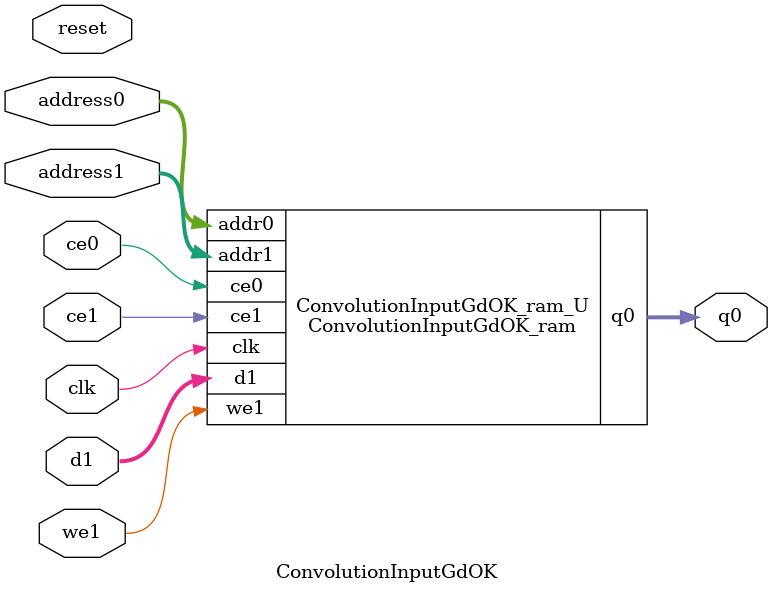
<source format=v>

`timescale 1 ns / 1 ps
module ConvolutionInputGdOK_ram (addr0, ce0, q0, addr1, ce1, d1, we1,  clk);

parameter DWIDTH = 16;
parameter AWIDTH = 7;
parameter MEM_SIZE = 80;

input[AWIDTH-1:0] addr0;
input ce0;
output reg[DWIDTH-1:0] q0;
input[AWIDTH-1:0] addr1;
input ce1;
input[DWIDTH-1:0] d1;
input we1;
input clk;

reg [DWIDTH-1:0] ram[0:MEM_SIZE-1];




always @(posedge clk)  
begin 
    if (ce0) 
    begin
            q0 <= ram[addr0];
    end
end


always @(posedge clk)  
begin 
    if (ce1) 
    begin
        if (we1) 
        begin 
            ram[addr1] <= d1; 
        end 
    end
end


endmodule


`timescale 1 ns / 1 ps
module ConvolutionInputGdOK(
    reset,
    clk,
    address0,
    ce0,
    q0,
    address1,
    ce1,
    we1,
    d1);

parameter DataWidth = 32'd16;
parameter AddressRange = 32'd80;
parameter AddressWidth = 32'd7;
input reset;
input clk;
input[AddressWidth - 1:0] address0;
input ce0;
output[DataWidth - 1:0] q0;
input[AddressWidth - 1:0] address1;
input ce1;
input we1;
input[DataWidth - 1:0] d1;



ConvolutionInputGdOK_ram ConvolutionInputGdOK_ram_U(
    .clk( clk ),
    .addr0( address0 ),
    .ce0( ce0 ),
    .q0( q0 ),
    .addr1( address1 ),
    .ce1( ce1 ),
    .we1( we1 ),
    .d1( d1 ));

endmodule


</source>
